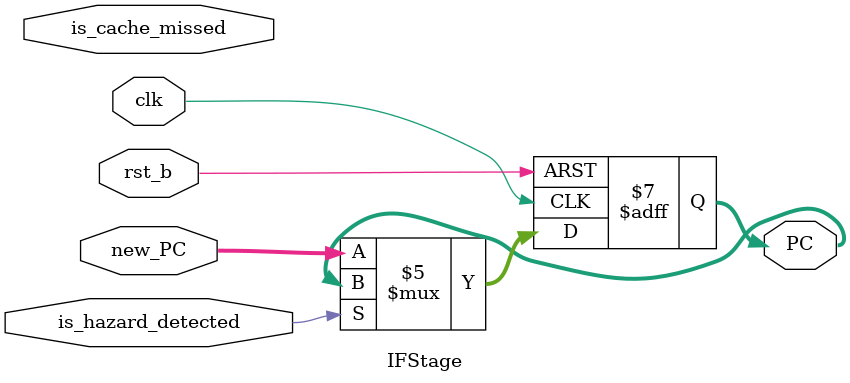
<source format=sv>
module IFStage (
    clk,
    rst_b,
    is_hazard_detected,
    is_cache_missed,
    new_PC,
    PC
);
    input clk, rst_b, is_hazard_detected, is_cache_missed;
    // input is_hazard_detected, is_cache_missed;
    input [31:0] new_PC;
    output reg [31:0] PC;

    initial begin
        PC = 32'b0; // START OF PROGRAM
    end

    // always @(*) begin
    //     // else if (is_hazard_detected || is_cache_missed) // from cache miss or data, control dependency
    //     //     PC <= PC;
    //     if (is_hazard_detected)
    //         PC = PC;
    //     else
    //         PC = new_PC;
    // end
    
    always @(posedge clk, negedge rst_b) begin
        if (rst_b == 1'b0)
            PC <= 32'b0;
        // else if (is_hazard_detected || is_cache_missed) // from cache miss or data, control dependency
        //     PC <= PC;
        else if (is_hazard_detected)
            PC <= PC;
        else
            PC <= new_PC;
    end
    
endmodule
</source>
